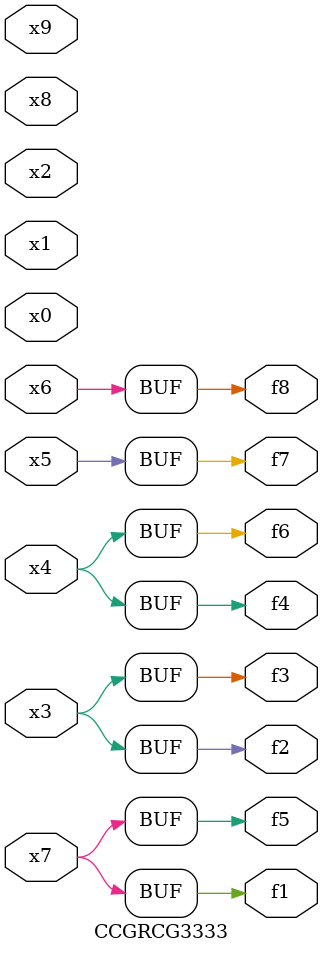
<source format=v>
module CCGRCG3333(
	input x0, x1, x2, x3, x4, x5, x6, x7, x8, x9,
	output f1, f2, f3, f4, f5, f6, f7, f8
);
	assign f1 = x7;
	assign f2 = x3;
	assign f3 = x3;
	assign f4 = x4;
	assign f5 = x7;
	assign f6 = x4;
	assign f7 = x5;
	assign f8 = x6;
endmodule

</source>
